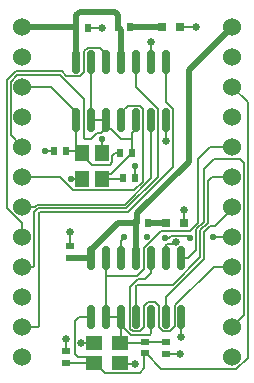
<source format=gtl>
G04*
G04 #@! TF.GenerationSoftware,Altium Limited,Altium Designer,22.9.1 (49)*
G04*
G04 Layer_Physical_Order=1*
G04 Layer_Color=255*
%FSLAX44Y44*%
%MOMM*%
G71*
G04*
G04 #@! TF.SameCoordinates,E5F82799-094A-4641-A06E-9C292172CD6F*
G04*
G04*
G04 #@! TF.FilePolarity,Positive*
G04*
G01*
G75*
%ADD12C,0.5080*%
%ADD13C,0.1524*%
%ADD16R,0.7000X0.6000*%
%ADD17R,0.6000X0.7000*%
G04:AMPARAMS|DCode=18|XSize=1.97mm|YSize=0.6mm|CornerRadius=0.15mm|HoleSize=0mm|Usage=FLASHONLY|Rotation=90.000|XOffset=0mm|YOffset=0mm|HoleType=Round|Shape=RoundedRectangle|*
%AMROUNDEDRECTD18*
21,1,1.9700,0.3000,0,0,90.0*
21,1,1.6700,0.6000,0,0,90.0*
1,1,0.3000,0.1500,0.8350*
1,1,0.3000,0.1500,-0.8350*
1,1,0.3000,-0.1500,-0.8350*
1,1,0.3000,-0.1500,0.8350*
%
%ADD18ROUNDEDRECTD18*%
%ADD19R,1.1999X1.3998*%
%ADD20R,0.8000X0.8000*%
%ADD21R,1.3998X1.1999*%
%ADD29C,1.5240*%
%ADD30C,0.6350*%
%ADD31C,0.5588*%
D12*
X74930Y100950D02*
Y101220D01*
Y107800D01*
X74470Y101680D02*
X74930Y101220D01*
X57150Y101680D02*
X74470D01*
X62230Y267320D02*
Y296490D01*
X62222Y297862D02*
Y306904D01*
X61540Y297180D02*
X62222Y297862D01*
X61540Y297180D02*
X62230Y296490D01*
X16510Y297180D02*
X61540D01*
X97940Y130810D02*
X113110D01*
X74930Y107800D02*
X97940Y130810D01*
X113570Y131270D02*
Y138970D01*
X113110Y130810D02*
X113570Y131270D01*
Y138970D02*
X157480Y182880D01*
Y260350D01*
X194310Y297180D01*
X123110Y130810D02*
X138430D01*
X113030Y100950D02*
X113070Y100990D01*
Y130770D01*
X113110Y130810D01*
X62222Y306904D02*
X65198Y309880D01*
X94766D01*
X97742Y298140D02*
X97790Y298092D01*
X94766Y309880D02*
X97742Y306904D01*
X97790Y296680D02*
Y298092D01*
X97742Y298140D02*
Y306904D01*
X107790Y297180D02*
X134740D01*
X100330Y267320D02*
Y294140D01*
X97790Y296680D02*
X100330Y294140D01*
D13*
X137160Y118110D02*
X137649Y118599D01*
X140808D01*
X142240Y120031D02*
X155729D01*
X140808Y118599D02*
X142240Y120031D01*
X157650Y118110D02*
X158750D01*
X155729Y120031D02*
X157650Y118110D01*
X145060Y114570D02*
X146366D01*
X143579Y113089D02*
X145060Y114570D01*
X139323Y113089D02*
X143579D01*
X138430Y112196D02*
X139323Y113089D01*
X138430Y100950D02*
Y112196D01*
X133786Y124460D02*
X158313D01*
X126926Y117350D02*
Y117600D01*
X119380Y109804D02*
X126926Y117350D01*
Y117600D02*
X133786Y124460D01*
X158313D02*
X165100Y131247D01*
X170180Y123190D02*
X175055Y128065D01*
X170180Y100330D02*
Y123190D01*
X175055Y128065D02*
X180016D01*
X177800Y119380D02*
X194310D01*
X180016Y128065D02*
X194310Y142359D01*
X143809Y78425D02*
X167132Y101748D01*
Y124658D01*
X138430Y68580D02*
X170180Y100330D01*
X167132Y124658D02*
X173547Y131073D01*
X163830Y107950D02*
Y125667D01*
X156830Y100950D02*
X163830Y107950D01*
Y125667D02*
X170180Y132017D01*
Y176530D01*
X173547Y131073D02*
Y166305D01*
X177423Y170180D01*
X165100Y131247D02*
Y185420D01*
X153670Y131050D02*
Y142240D01*
X170180Y176530D02*
X179070Y185420D01*
X165100D02*
X175260Y195580D01*
X151130Y100950D02*
X156830D01*
X177423Y170180D02*
X194310D01*
X102870Y118280D02*
Y119380D01*
X100330Y100950D02*
Y115740D01*
X102870Y118280D01*
X119380Y92096D02*
Y109804D01*
X57150Y111680D02*
Y123190D01*
X72310Y295910D02*
X83820D01*
X26670Y94873D02*
Y140005D01*
X27134Y144780D02*
X28848Y146494D01*
X29587Y43180D02*
X30480Y44073D01*
X31373Y140398D02*
X105832D01*
X28848Y146494D02*
X103307D01*
X16510Y43180D02*
X29587D01*
X30480Y139505D02*
X31373Y140398D01*
X30480Y44073D02*
Y139505D01*
X30110Y143446D02*
X104570D01*
X26670Y140005D02*
X30110Y143446D01*
X16510Y144780D02*
X27134D01*
X25777Y93980D02*
X26670Y94873D01*
X16510Y93980D02*
X25777D01*
X138430Y20320D02*
X149860D01*
X99470Y12210D02*
X100250Y11430D01*
X111760D01*
X125730Y267320D02*
Y284480D01*
X87630Y212419D02*
Y217820D01*
X100330Y201930D02*
X109220D01*
X92023Y210237D02*
X100330Y201930D01*
X87630Y212419D02*
X89812Y210237D01*
X92023D01*
X87630Y213677D02*
Y217820D01*
X68580Y202823D02*
Y236220D01*
Y202823D02*
X69473Y201930D01*
X74930D01*
X80010Y207010D02*
X83271D01*
X74930Y201930D02*
X80010Y207010D01*
X83820Y190450D02*
Y201930D01*
Y190450D02*
X84201Y190069D01*
X83271Y207010D02*
X87630Y211369D01*
X194310Y142359D02*
Y144780D01*
X87630Y51450D02*
Y86360D01*
X113644D01*
X87630D02*
Y100950D01*
X105832Y140398D02*
X143891Y178457D01*
X103307Y146494D02*
X125730Y168917D01*
X104570Y143446D02*
X131016Y169892D01*
X120228Y83312D02*
X125730Y88814D01*
X114500Y83312D02*
X120228D01*
X107744Y76556D02*
X114500Y83312D01*
X113644Y86360D02*
X119380Y92096D01*
X113924Y78425D02*
X143809D01*
X113031Y51450D02*
Y77532D01*
X113924Y78425D01*
X204216Y53086D02*
Y181864D01*
X194310Y43180D02*
X204216Y53086D01*
X179070Y185420D02*
X200660D01*
X175260Y195580D02*
X194310D01*
X200660Y185420D02*
X204216Y181864D01*
X197778Y7239D02*
X207264Y16725D01*
X194310Y246380D02*
X207264Y233426D01*
Y16725D02*
Y233426D01*
X138430Y51450D02*
Y68580D01*
X128798Y63586D02*
X132080Y60304D01*
X122662Y63586D02*
X128798D01*
X132080Y42596D02*
Y60304D01*
X107744Y41532D02*
Y76556D01*
Y41532D02*
X109962Y39314D01*
X125730Y88814D02*
Y100950D01*
X141498Y39314D02*
X145844Y43660D01*
Y61368D01*
X100330Y44600D02*
X108664Y36266D01*
X135362Y39314D02*
X141498D01*
X132080Y42596D02*
X135362Y39314D01*
X119380Y42596D02*
Y60304D01*
X122662Y63586D01*
X116098Y39314D02*
X119380Y42596D01*
X109962Y39314D02*
X116098D01*
X145844Y61368D02*
X178456Y93980D01*
X194310D01*
X108664Y36266D02*
X124273D01*
X125730Y37723D01*
X120650Y20480D02*
X121150D01*
X134391Y7239D01*
X197778D01*
X153430Y130810D02*
X153670Y131050D01*
X151130Y34290D02*
Y51450D01*
X100330Y30069D02*
Y44600D01*
X125730Y37723D02*
Y51450D01*
X100330Y44600D02*
Y51450D01*
X99472Y29210D02*
X100330Y30069D01*
X87630Y51450D02*
X100330D01*
X60960Y47640D02*
X64770Y51450D01*
X66421Y29210D02*
X77470D01*
X60960Y20320D02*
Y47640D01*
Y20320D02*
X63833Y17448D01*
X72232D01*
X64770Y51450D02*
X74930D01*
X76900Y12780D02*
X77470Y12210D01*
X72232Y17448D02*
X76900Y12780D01*
X138270Y30480D02*
X138430Y30320D01*
X120650Y30480D02*
X138270D01*
X119761Y7898D02*
Y19591D01*
X115787Y3925D02*
X119761Y7898D01*
X86755Y3925D02*
X115787D01*
X78470Y12210D02*
X86755Y3925D01*
X77470Y12210D02*
X78470D01*
X119761Y19591D02*
X120650Y20480D01*
X119380Y29210D02*
X120650Y30480D01*
X99472Y29210D02*
X119380D01*
X53340Y12780D02*
X76900D01*
X53340Y22780D02*
Y33020D01*
X113030Y245724D02*
X131016Y227738D01*
X143891Y178457D02*
Y227563D01*
X138430Y233024D02*
X143891Y227563D01*
X138430Y233024D02*
Y267320D01*
X131016Y169892D02*
Y227738D01*
X113030Y245724D02*
Y267320D01*
X125730Y168917D02*
Y217820D01*
X105616Y229956D02*
X116098D01*
X118316Y165813D02*
Y227738D01*
X116098Y229956D02*
X118316Y227738D01*
X6604Y205486D02*
Y250483D01*
Y205486D02*
X16510Y195580D01*
X87630Y267320D02*
Y274170D01*
X6604Y250483D02*
X12407Y256286D01*
X68580Y276174D02*
X71862Y279456D01*
X53927Y255184D02*
X65298D01*
X11144Y259334D02*
X49777D01*
X3556Y143725D02*
Y251746D01*
Y143725D02*
X16510Y130771D01*
X71862Y279456D02*
X82344D01*
X16510Y119380D02*
Y130771D01*
X3556Y251746D02*
X11144Y259334D01*
X68580Y258466D02*
Y276174D01*
X65298Y255184D02*
X68580Y258466D01*
X82344Y279456D02*
X87630Y274170D01*
X49777Y259334D02*
X53927Y255184D01*
X74930Y217820D02*
Y267320D01*
Y217820D02*
X87630D01*
X48514Y256286D02*
X68580Y236220D01*
X12407Y256286D02*
X48514D01*
X111286Y158783D02*
X118316Y165813D01*
X59682Y158783D02*
X111286D01*
X48284Y170180D02*
X59682Y158783D01*
X100330Y217820D02*
Y224670D01*
X105616Y229956D01*
X16510Y170180D02*
X48284D01*
X87288Y168068D02*
X100838D01*
X87288Y170223D02*
X89438Y172374D01*
X91594D02*
X97020Y177800D01*
X84201Y168068D02*
X87288D01*
X97020Y177800D02*
X97020D01*
X89438Y172374D02*
X91594D01*
X87288Y168068D02*
Y170223D01*
X97020Y177800D02*
X109220Y190000D01*
X75931Y180340D02*
X90703D01*
X92486Y187736D02*
X94827Y190077D01*
X98797D01*
X99220Y190500D01*
X92486Y182123D02*
Y187736D01*
X67201Y189070D02*
X75931Y180340D01*
X90703D02*
X92486Y182123D01*
X109220Y190500D02*
Y201930D01*
Y190000D02*
Y190500D01*
X57150Y167640D02*
X57579Y168069D01*
X67201D01*
X111680Y178990D02*
X111760Y179070D01*
X111680Y168910D02*
Y178990D01*
X35560Y191770D02*
X43260D01*
X138430Y200660D02*
Y217820D01*
X149740Y297180D02*
X163830D01*
X109220Y201930D02*
Y206761D01*
X113030Y210571D02*
Y217820D01*
X109220Y206761D02*
X113030Y210571D01*
X67201Y189070D02*
Y190069D01*
X100838Y168068D02*
X101680Y168910D01*
X62230Y195040D02*
X65500Y191770D01*
X53260D02*
X65500D01*
X67201Y190069D01*
X62230Y195040D02*
Y217820D01*
X40520Y246380D02*
X62230Y224670D01*
Y217820D02*
Y224670D01*
X16510Y246380D02*
X40520D01*
D16*
X57150Y111680D02*
D03*
Y101680D02*
D03*
X138430Y20320D02*
D03*
Y30320D02*
D03*
X120650Y20480D02*
D03*
Y30480D02*
D03*
X53340Y12780D02*
D03*
Y22780D02*
D03*
D17*
X72310Y295910D02*
D03*
X62310D02*
D03*
X113110Y130810D02*
D03*
X123110D02*
D03*
X111680Y168910D02*
D03*
X101680D02*
D03*
X43260Y191770D02*
D03*
X53260D02*
D03*
X97790Y297180D02*
D03*
X107790D02*
D03*
X109220Y190500D02*
D03*
X99220D02*
D03*
D18*
X74930Y51450D02*
D03*
X87630D02*
D03*
X100330D02*
D03*
X113030D02*
D03*
X125730D02*
D03*
X138430D02*
D03*
X151130D02*
D03*
Y100950D02*
D03*
X138430D02*
D03*
X125730D02*
D03*
X113030D02*
D03*
X100330D02*
D03*
X87630D02*
D03*
X74930D02*
D03*
X62230Y217820D02*
D03*
X74930D02*
D03*
X87630D02*
D03*
X100330D02*
D03*
X113030D02*
D03*
X125730D02*
D03*
X138430D02*
D03*
Y267320D02*
D03*
X125730D02*
D03*
X113030D02*
D03*
X100330D02*
D03*
X87630D02*
D03*
X74930D02*
D03*
X62230D02*
D03*
D19*
X84201Y168068D02*
D03*
Y190069D02*
D03*
X67201Y168069D02*
D03*
Y190069D02*
D03*
D20*
X149740Y297180D02*
D03*
X134740D02*
D03*
X138430Y130810D02*
D03*
X153430D02*
D03*
D21*
X77470Y12210D02*
D03*
X99470D02*
D03*
X77470Y29210D02*
D03*
X99472D02*
D03*
D29*
X16510Y271780D02*
D03*
Y297180D02*
D03*
X194310Y271780D02*
D03*
Y297180D02*
D03*
Y246380D02*
D03*
Y220980D02*
D03*
Y195580D02*
D03*
Y170180D02*
D03*
Y144780D02*
D03*
Y119380D02*
D03*
Y93980D02*
D03*
Y68580D02*
D03*
Y43180D02*
D03*
Y17780D02*
D03*
X16510Y246380D02*
D03*
Y220980D02*
D03*
Y195580D02*
D03*
Y170180D02*
D03*
Y144780D02*
D03*
Y119380D02*
D03*
Y93980D02*
D03*
Y68580D02*
D03*
Y43180D02*
D03*
Y17780D02*
D03*
D30*
X146366Y114570D02*
D03*
X153670Y142240D02*
D03*
X57150Y123190D02*
D03*
X149860Y20320D02*
D03*
X111760Y11430D02*
D03*
X125730Y284480D02*
D03*
X83820Y295910D02*
D03*
X66421Y29210D02*
D03*
X53340Y33020D02*
D03*
X151130Y34290D02*
D03*
X138430Y200660D02*
D03*
X163830Y297180D02*
D03*
D31*
X137160Y118110D02*
D03*
X158750D02*
D03*
X177800Y119380D02*
D03*
X102870D02*
D03*
X121846Y119454D02*
D03*
X83820Y201930D02*
D03*
X57579Y168069D02*
D03*
X111680Y178990D02*
D03*
X35560Y191770D02*
D03*
M02*

</source>
